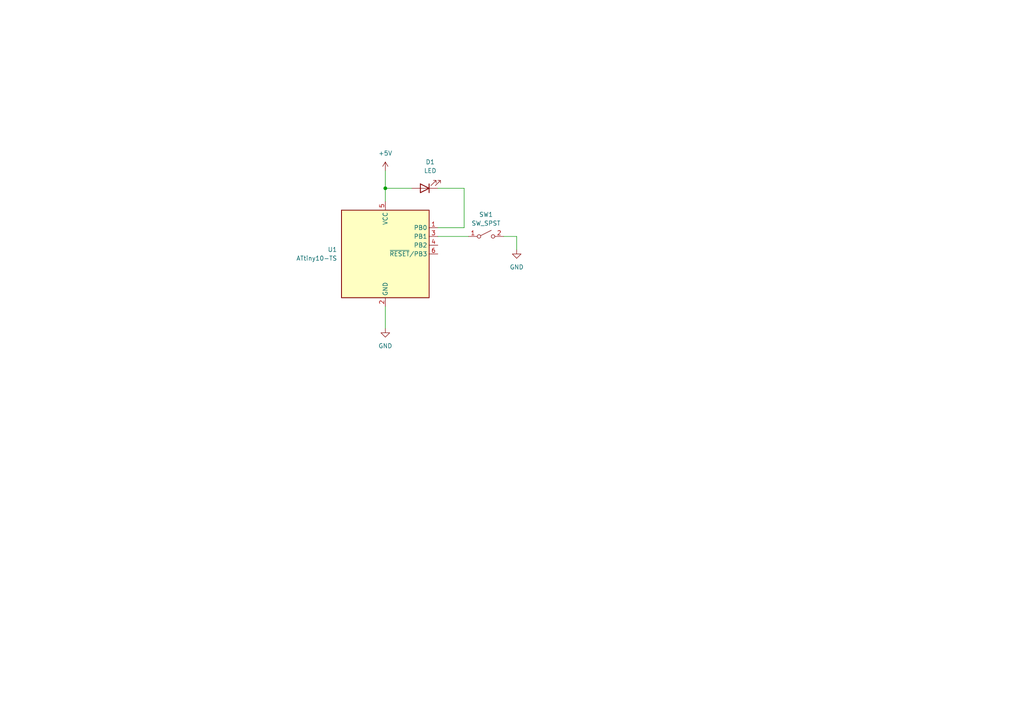
<source format=kicad_sch>
(kicad_sch (version 20230121) (generator eeschema)
  (paper "A4")
  (lib_symbols
    (symbol "Device:LED" (pin_numbers hide) (pin_names (offset 1.016) hide)
      (property "Reference" "D" (at 0 2.54 0))
      (property "Value" "LED" (at 0 -2.54 0))
      (symbol "LED_0_1"
        (polyline (pts (xy -1.27 -1.27) (xy -1.27 1.27)) (stroke (width 0.254)))
        (polyline (pts (xy -1.27 0) (xy 1.27 0)))
        (polyline (pts (xy 1.27 -1.27) (xy 1.27 1.27) (xy -1.27 0) (xy 1.27 -1.27)) (stroke (width 0.254)))
        (polyline (pts (xy -3.048 -0.762) (xy -4.572 -2.286) (xy -3.81 -2.286) (xy -4.572 -2.286) (xy -4.572 -1.524)))
        (polyline (pts (xy -1.778 -0.762) (xy -3.302 -2.286) (xy -2.54 -2.286) (xy -3.302 -2.286) (xy -3.302 -1.524)))
      )
      (symbol "LED_1_1"
        (pin passive line (at -3.81 0 0) (length 2.54) (name "K") (number "1"))
        (pin passive line (at 3.81 0 180) (length 2.54) (name "A") (number "2"))
      )
    )
    (symbol "MCU_Microchip_ATtiny:ATtiny10-TS"
      (property "Reference" "U" (at -12.7 13.97 0))
      (property "Value" "ATtiny10-TS" (at 2.54 -13.97 0))
      (symbol "ATtiny10-TS_0_1"
        (rectangle (start -12.7 -12.7) (end 12.7 12.7) (stroke (width 0.254)) (fill (type background)))
      )
      (symbol "ATtiny10-TS_1_1"
        (pin bidirectional line (at 15.24 7.62 180) (length 2.54) (name "PB0") (number "1"))
        (pin power_in line (at 0 -15.24 90) (length 2.54) (name "GND") (number "2"))
        (pin bidirectional line (at 15.24 5.08 180) (length 2.54) (name "PB1") (number "3"))
        (pin bidirectional line (at 15.24 2.54 180) (length 2.54) (name "PB2") (number "4"))
        (pin power_in line (at 0 15.24 270) (length 2.54) (name "VCC") (number "5"))
        (pin bidirectional line (at 15.24 0 180) (length 2.54) (name "~{RESET}/PB3") (number "6"))
      )
    )
    (symbol "Switch:SW_SPST" (pin_names (offset 0) hide)
      (property "Reference" "SW" (at 0 3.175 0))
      (property "Value" "SW_SPST" (at 0 -2.54 0))
      (symbol "SW_SPST_0_0"
        (circle (center -2.032 0) (radius 0.508))
        (polyline (pts (xy -1.524 0.254) (xy 1.524 1.778)))
        (circle (center 2.032 0) (radius 0.508))
      )
      (symbol "SW_SPST_1_1"
        (pin passive line (at -5.08 0 0) (length 2.54) (name "A") (number "1"))
        (pin passive line (at 5.08 0 180) (length 2.54) (name "B") (number "2"))
      )
    )
    (symbol "power:+5V" (power) (pin_names (offset 0))
      (property "Value" "+5V" (at 0 3.556 0))
      (symbol "+5V_0_1"
        (polyline (pts (xy -0.762 1.27) (xy 0 2.54)))
        (polyline (pts (xy 0 0) (xy 0 2.54)))
        (polyline (pts (xy 0 2.54) (xy 0.762 1.27)))
      )
      (symbol "+5V_1_1"
        (pin power_in line (at 0 0 90) (length 0) hide (name "+5V") (number "1"))
      )
    )
    (symbol "power:GND" (power) (pin_names (offset 0))
      (property "Value" "GND" (at 0 -3.81 0))
      (symbol "GND_0_1"
        (polyline (pts (xy 0 0) (xy 0 -1.27) (xy 1.27 -1.27) (xy 0 -2.54) (xy -1.27 -1.27) (xy 0 -1.27)))
      )
      (symbol "GND_1_1"
        (pin power_in line (at 0 0 270) (length 0) hide (name "GND") (number "1"))
      )
    )
  )
  (junction (at 111.76 54.61))
  (wire (pts (xy 134.62 54.61) (xy 127 54.61)))
  (wire (pts (xy 134.62 66.04) (xy 134.62 54.61)))
  (wire (pts (xy 111.76 49.53) (xy 111.76 54.61)))
  (wire (pts (xy 149.86 72.39) (xy 149.86 68.58)))
  (wire (pts (xy 111.76 54.61) (xy 119.38 54.61)))
  (wire (pts (xy 111.76 54.61) (xy 111.76 58.42)))
  (wire (pts (xy 111.76 88.9) (xy 111.76 95.25)))
  (wire (pts (xy 127 68.58) (xy 135.89 68.58)))
  (wire (pts (xy 146.05 68.58) (xy 149.86 68.58)))
  (wire (pts (xy 127 66.04) (xy 134.62 66.04)))
  (symbol (lib_id "power:GND") (at 111.76 95.25 0) (unit 1)
    (property "Reference" "#PWR01" (effects hide))
    (property "Value" "GND" (at 111.76 100.33 0))
  )
  (symbol (lib_id "power:+5V") (at 111.76 49.53 0) (unit 1)
    (property "Reference" "#PWR02" (effects hide))
    (property "Value" "+5V" (at 111.76 44.45 0))
  )
  (symbol (lib_id "Device:LED") (at 123.19 54.61 180) (unit 1)
    (property "Reference" "D1" (at 124.7775 46.99 0))
    (property "Value" "LED" (at 124.7775 49.53 0))
  )
  (symbol (lib_id "Switch:SW_SPST") (at 140.97 68.58 0) (unit 1)
    (property "Reference" "SW1" (at 140.97 62.23 0))
    (property "Value" "SW_SPST" (at 140.97 64.77 0))
  )
  (symbol (lib_id "MCU_Microchip_ATtiny:ATtiny10-TS") (at 111.76 73.66 0) (unit 1)
    (property "Reference" "U1" (at 97.79 72.39 0) (effects (justify right)))
    (property "Value" "ATtiny10-TS" (at 97.79 74.93 0) (effects (justify right)))
    (property "Footprint" "Package_TO_SOT_SMD:SOT-23-6" (effects hide))
    (property "Datasheet" "http://ww1.microchip.com/downloads/en/DeviceDoc/Atmel-8127-AVR-8-bit-Microcontroller-ATtiny4-ATtiny5-ATtiny9-ATtiny10_Datasheet.pdf" (effects hide))
  )
  (symbol (lib_id "power:GND") (at 149.86 72.39 0) (unit 1)
    (property "Reference" "#PWR03" (effects hide))
    (property "Value" "GND" (at 149.86 77.47 0))
  )
)
</source>
